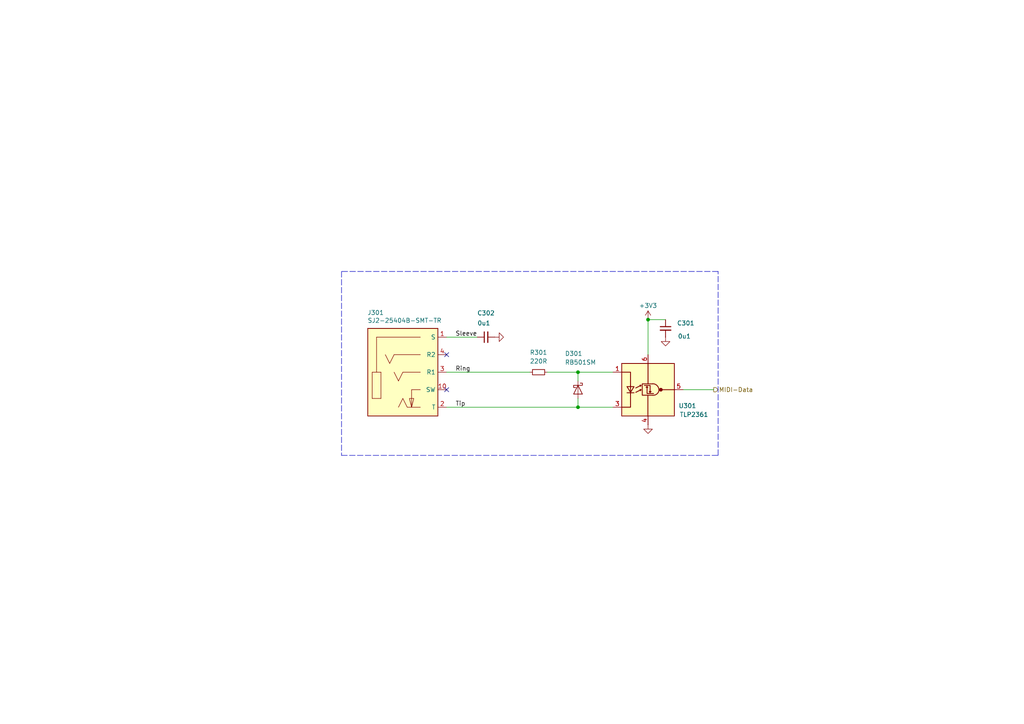
<source format=kicad_sch>
(kicad_sch (version 20250114) (generator "eeschema") (generator_version "9.0")
  (paper "A4")
  (title_block (title "MIDI In") (date "2025-09-19") (rev "3"))
  (lib_symbols
    (symbol "V2_Connector_Audio:SJ2-25404B-SMT-TR" (pin_names (offset 0.635))
      (property "Reference" "J" (at -10.1854 15.2654 0))
      (property "Value" "SJ2-25404B-SMT-TR" (at -10.414 -17.78 0))
      (symbol "SJ2-25404B-SMT-TR_0_0"
        (rectangle (start -10.16 12.7) (end 10.16 -12.7) (stroke (width 0.254)) (fill (type background)))
        (polyline (pts (xy -8.89 0) (xy -8.89 -7.62)) (stroke (width 0.1524)))
        (polyline (pts (xy -8.89 -7.62) (xy -6.35 -7.62)) (stroke (width 0.1524)))
        (polyline (pts (xy -7.62 10.16) (xy -7.62 0)) (stroke (width 0.1524)))
        (polyline (pts (xy -7.62 0) (xy -8.89 0)) (stroke (width 0.1524)))
        (polyline (pts (xy -6.35 0) (xy -7.62 0)) (stroke (width 0.1524)))
        (polyline (pts (xy -6.35 -7.62) (xy -6.35 0)) (stroke (width 0.1524)))
        (polyline (pts (xy -3.81 2.54) (xy -5.08 5.08)) (stroke (width 0.1524)))
        (polyline (pts (xy -2.54 5.08) (xy -3.81 2.54)) (stroke (width 0.1524)))
        (polyline (pts (xy -1.27 -2.54) (xy -2.54 0)) (stroke (width 0.1524)))
        (polyline (pts (xy 0 0) (xy -1.27 -2.54)) (stroke (width 0.1524)))
        (polyline (pts (xy 0 -7.62) (xy -1.27 -10.16)) (stroke (width 0.1524)))
        (polyline (pts (xy 1.27 -10.16) (xy 0 -7.62)) (stroke (width 0.1524)))
        (polyline (pts (xy 2.54 -5.08) (xy 2.54 -10.16)) (stroke (width 0.1524)))
        (polyline (pts (xy 2.54 -10.16) (xy 1.27 -10.16)) (stroke (width 0.1524)))
        (polyline (pts (xy 2.54 -10.16) (xy 1.905 -7.62) (xy 3.175 -7.62) (xy 2.54 -10.16)) (stroke (width 0.1524)) (fill (type background)))
        (polyline (pts (xy 5.08 10.16) (xy -7.62 10.16)) (stroke (width 0.1524)))
        (polyline (pts (xy 5.08 5.08) (xy -2.54 5.08)) (stroke (width 0.1524)))
        (polyline (pts (xy 5.08 0) (xy 0 0)) (stroke (width 0.1524)))
        (polyline (pts (xy 5.08 -5.08) (xy 2.54 -5.08)) (stroke (width 0.1524)))
        (polyline (pts (xy 5.08 -10.16) (xy 2.54 -10.16)) (stroke (width 0.1524)))
      )
      (symbol "SJ2-25404B-SMT-TR_1_0"
        (pin passive line (at 12.7 10.16 180) (length 2.54) (name "S") (number "1"))
        (pin passive line (at 12.7 5.08 180) (length 2.54) (name "R2") (number "4"))
        (pin passive line (at 12.7 0 180) (length 2.54) (name "R1") (number "3"))
        (pin passive line (at 12.7 -5.08 180) (length 2.54) (name "SW") (number "10"))
        (pin passive line (at 12.7 -10.16 180) (length 2.54) (name "T") (number "2"))
      )
    )
    (symbol "V2_Device:C_0603_0u1" (pin_numbers (hide yes)) (pin_names (offset 0.254) (hide yes))
      (property "Reference" "C" (at 1.778 1.524 0))
      (property "Value" "0u1" (at 1.778 -2.032 0))
      (symbol "C_0603_0u1_0_1"
        (polyline (pts (xy -1.524 0.508) (xy 1.524 0.508)) (stroke (width 0.3048)))
        (polyline (pts (xy -1.524 -0.508) (xy 1.524 -0.508)) (stroke (width 0.3302)))
      )
      (symbol "C_0603_0u1_1_1"
        (pin passive line (at 0 2.54 270) (length 2.032) (name "~") (number "1"))
        (pin passive line (at 0 -2.54 90) (length 2.032) (name "~") (number "2"))
      )
    )
    (symbol "V2_Device:R_0603_220R" (pin_numbers (hide yes)) (pin_names (offset 0.254) (hide yes))
      (property "Reference" "R" (at 2.032 1.27 0))
      (property "Value" "220R" (at 4.064 -1.27 0))
      (symbol "R_0603_220R_0_1"
        (rectangle (start -0.762 1.778) (end 0.762 -1.778) (stroke (width 0.2032)))
      )
      (symbol "R_0603_220R_1_1"
        (pin passive line (at 0 2.54 270) (length 0.762) (name "~") (number "1"))
        (pin passive line (at 0 -2.54 90) (length 0.762) (name "~") (number "2"))
      )
    )
    (symbol "V2_Diode:RB501SM" (pin_numbers (hide yes)) (pin_names (hide yes))
      (property "Reference" "D" (at 0 2.54 0))
      (property "Value" "RB501SM" (at 0 -3.81 0))
      (symbol "RB501SM_0_1"
        (polyline (pts (xy -1.905 0.635) (xy -1.905 1.27) (xy -1.27 1.27) (xy -1.27 -1.27) (xy -0.635 -1.27) (xy -0.635 -0.635)) (stroke (width 0.2032)))
        (polyline (pts (xy 1.27 1.27) (xy 1.27 -1.27) (xy -1.27 0) (xy 1.27 1.27)) (stroke (width 0.2032)))
        (polyline (pts (xy 1.27 0) (xy -1.27 0)))
      )
      (symbol "RB501SM_1_1"
        (pin passive line (at -2.54 0 0) (length 1.27) (name "K") (number "1"))
        (pin passive line (at 2.54 0 180) (length 1.27) (name "A") (number "2"))
      )
    )
    (symbol "V2_Isolator:TLP2361" (pin_names (offset 1.016) (hide yes))
      (property "Reference" "U" (at -7.112 8.89 0))
      (property "Value" "TLP2361" (at 1.016 9.144 0))
      (symbol "TLP2361_0_1"
        (rectangle (start -7.62 7.62) (end 7.62 -7.62) (stroke (width 0.254)) (fill (type background)))
        (polyline (pts (xy -7.62 -5.08) (xy -5.08 -5.08) (xy -5.08 -1.27)) (stroke (width 0.254)))
        (polyline (pts (xy -6.096 0.889) (xy -4.064 0.889) (xy -5.08 -0.762) (xy -6.096 0.889)) (stroke (width 0.254)))
        (polyline (pts (xy -6.096 -0.889) (xy -4.064 -0.889)) (stroke (width 0.254)))
        (polyline (pts (xy -5.08 1.27) (xy -5.08 0.9144)) (stroke (width 0.254)))
        (polyline (pts (xy -5.08 1.27) (xy -5.08 5.08) (xy -7.62 5.08)) (stroke (width 0.254)))
        (polyline (pts (xy -5.08 1.016) (xy -5.08 -0.762)) (stroke (width 0.254)))
        (polyline (pts (xy -5.08 -1.27) (xy -5.08 -0.9144)) (stroke (width 0.254)))
        (polyline (pts (xy -3.556 0.508) (xy -2.032 1.27)) (stroke (width 0.254)))
        (polyline (pts (xy -3.556 -0.762) (xy -2.032 0)) (stroke (width 0.254)))
        (polyline (pts (xy -2.032 1.27) (xy -2.3368 1.3208)) (stroke (width 0.254)))
        (polyline (pts (xy -2.032 1.27) (xy -2.1844 0.9652)) (stroke (width 0.254)))
        (polyline (pts (xy -2.032 0) (xy -2.3368 0.0508)) (stroke (width 0.254)))
        (polyline (pts (xy -2.032 0) (xy -2.1844 -0.3048)) (stroke (width 0.254)))
        (polyline (pts (xy -0.3048 0.9398) (xy -0.5588 0.6858) (xy -0.0508 0.6858) (xy -0.3048 0.9398)) (stroke (width 0.254)))
        (polyline (pts (xy -0.2794 0.6604) (xy -0.2794 -1.1176) (xy 1.6002 -1.1176)) (stroke (width 0.254)))
        (polyline (pts (xy -0.0508 -7.6962) (xy -0.0508 -1.7272)) (stroke (width 0.254)))
        (polyline (pts (xy 0 7.6454) (xy 0 1.8034)) (stroke (width 0.254)))
        (polyline (pts (xy 0.5842 -0.7874) (xy 0.3302 -0.5334) (xy 0.8382 -0.5334)) (stroke (width 0.254)))
        (polyline (pts (xy 0.6096 -0.8128) (xy 0.6096 1.2446) (xy -1.0668 1.2446)) (stroke (width 0.254)))
        (polyline (pts (xy 0.8382 -0.5334) (xy 0.5842 -0.8128)) (stroke (width 0.254)))
        (arc (start 1.3716 1.7272) (mid 2.6235 1.2011) (end 3.1496 -0.0508) (stroke (width 0.254)))
        (polyline (pts (xy 1.3716 1.7018) (xy -1.6764 1.7018) (xy -1.6764 -1.6002) (xy 1.3716 -1.6002)) (stroke (width 0.254)))
        (arc (start 3.175 -0.0762) (mid 2.6016 -1.2063) (end 1.397 -1.6002) (stroke (width 0.254)))
        (circle (center 3.7084 0) (radius 0.4572) (fill (type outline)))
        (polyline (pts (xy 7.747 0) (xy 4.064 0)) (stroke (width 0.254)))
      )
      (symbol "TLP2361_1_1"
        (pin passive line (at -10.16 5.08 0) (length 2.54) (name "A") (number "1"))
        (pin passive line (at -10.16 -5.08 0) (length 2.54) (name "K") (number "3"))
        (pin power_in line (at 0 10.16 270) (length 2.54) (name "VDD") (number "6"))
        (pin power_in line (at 0 -10.16 90) (length 2.54) (name "GND") (number "4"))
        (pin output line (at 10.16 0 180) (length 2.54) (name "VO") (number "5"))
      )
    )
    (symbol "V2_power:+3V3" (power) (pin_numbers (hide yes)) (pin_names (offset 0) (hide yes))
      (property "Value" "+3V3" (at 0 5.08 0))
      (symbol "+3V3_0_1"
        (polyline (pts (xy -0.762 1.27) (xy 0 2.54)))
        (polyline (pts (xy 0 2.54) (xy 0.762 1.27)))
        (polyline (pts (xy 0 0) (xy 0 2.54)))
      )
      (symbol "+3V3_1_1"
        (pin power_in line (at 0 0 90) (length 0) (name "~") (number "1"))
      )
    )
    (symbol "V2_power:GND" (power) (pin_numbers (hide yes)) (pin_names (offset 0) (hide yes))
      (symbol "GND_0_1"
        (polyline (pts (xy 0 0) (xy 0 -1.27) (xy 1.27 -1.27) (xy 0 -2.54) (xy -1.27 -1.27) (xy 0 -1.27)))
      )
      (symbol "GND_1_1"
        (pin power_in line (at 0 0 270) (length 0) (name "~") (number "1"))
      )
    )
  )
  (junction (at 187.96 92.71))
  (junction (at 167.64 107.95))
  (junction (at 167.64 118.11))
  (no_connect (at 129.54 113.03))
  (no_connect (at 129.54 102.87))
  (wire (pts (xy 167.64 107.95) (xy 167.64 110.49)))
  (wire (pts (xy 158.75 107.95) (xy 167.64 107.95)))
  (wire (pts (xy 167.64 118.11) (xy 177.8 118.11)))
  (wire (pts (xy 167.64 115.57) (xy 167.64 118.11)))
  (wire (pts (xy 129.54 107.95) (xy 153.67 107.95)))
  (wire (pts (xy 167.64 107.95) (xy 177.8 107.95)))
  (polyline (pts (xy 208.28 78.74) (xy 99.06 78.74)) (stroke (width 0) (type dash)))
  (wire (pts (xy 198.12 113.03) (xy 207.01 113.03)))
  (wire (pts (xy 129.54 97.79) (xy 138.43 97.79)))
  (wire (pts (xy 129.54 118.11) (xy 167.64 118.11)))
  (wire (pts (xy 187.96 92.71) (xy 187.96 102.87)))
  (polyline (pts (xy 208.28 132.08) (xy 208.28 78.74)) (stroke (width 0) (type dash)))
  (wire (pts (xy 187.96 92.71) (xy 193.04 92.71)))
  (polyline (pts (xy 99.06 132.08) (xy 208.28 132.08)) (stroke (width 0) (type dash)))
  (polyline (pts (xy 99.06 78.74) (xy 99.06 132.08)) (stroke (width 0) (type dash)))
  (label "Ring" (at 132.08 107.95 0))
  (label "Tip" (at 132.08 118.11 0))
  (label "Sleeve" (at 132.08 97.79 0))
  (hierarchical_label "MIDI-Data" (shape output) (at 207.01 113.03 0))
  (symbol (lib_id "V2_Connector_Audio:SJ2-25404B-SMT-TR") (at 116.84 107.95 0) (unit 1)
    (property "Reference" "J301" (at 108.966 90.678 0))
    (property "Value" "SJ2-25404B-SMT-TR" (at 117.348 92.964 0))
    (property "Footprint" "V2_Connector_Audio:CUI_SJ2-25404B-SMT-TR" (effects (hide yes)))
    (property "Mouser" "490-SJ2-25404BSMT-TR" (effects (hide yes)))
    (property "Product" "SJ2-25404B-SMT-TR" (effects (hide yes)))
    (property "Manufacturer" "Same Sky" (effects (hide yes)))
  )
  (symbol (lib_id "V2_power:GND") (at 143.51 97.79 90) (unit 1)
    (property "Reference" "#PWR0302" (effects (hide yes)))
    (property "Value" "GND" (effects (hide yes)))
  )
  (symbol (lib_id "V2_Device:C_0603_0u1") (at 140.97 97.79 90) (unit 1)
    (property "Reference" "C302" (at 143.5162 90.805 90) (effects (justify left)))
    (property "Value" "0u1" (at 142.24 93.726 90) (effects (justify left)))
    (property "Footprint" "V2_Capacitor_SMD:C_0603" (effects (hide yes)))
    (property "Description" "Unpolarized capacitor, small symbol" (effects (hide yes)))
    (property "Mouser" "810-CGA3E2X7R1H104MA" (effects (hide yes)))
    (property "Manufacturer" "TDK" (effects (hide yes)))
    (property "Product" "CGA3E2X7R1H104M080AA" (effects (hide yes)))
    (property "Rating" "50V" (effects (hide yes)))
  )
  (symbol (lib_id "V2_Isolator:TLP2361") (at 187.96 113.03 0) (unit 1)
    (property "Reference" "U301" (at 199.39 117.7036 0))
    (property "Value" "TLP2361" (at 201.295 120.2436 0))
    (property "Footprint" "V2_Package_SO:SO-5-6_4.55x3.7mm_P1.27mm" (effects (hide yes)))
    (property "Mouser" "757-TLP2361TPRE" (effects (hide yes)))
    (property "Product" "TLP2361(TPR,E" (effects (hide yes)))
    (property "Manufacturer" "Toshiba" (effects (hide yes)))
  )
  (symbol (lib_id "V2_Device:C_0603_0u1") (at 193.04 95.25 0) (unit 1)
    (property "Reference" "C301" (at 196.342 93.726 0) (effects (justify left)))
    (property "Value" "0u1" (at 196.596 97.536 0) (effects (justify left)))
    (property "Footprint" "V2_Capacitor_SMD:C_0603" (effects (hide yes)))
    (property "Description" "Unpolarized capacitor, small symbol" (effects (hide yes)))
    (property "Mouser" "810-CGA3E2X7R1H104MA" (effects (hide yes)))
    (property "Manufacturer" "TDK" (effects (hide yes)))
    (property "Product" "CGA3E2X7R1H104M080AA" (effects (hide yes)))
    (property "Rating" "50V" (effects (hide yes)))
  )
  (symbol (lib_id "V2_Diode:RB501SM") (at 167.64 113.03 270) (unit 1)
    (property "Reference" "D301" (at 163.83 102.5524 90) (effects (justify left)))
    (property "Value" "RB501SM" (at 163.83 105.0924 90) (effects (justify left)))
    (property "Footprint" "V2_Diode_SMD:D_SOD-523" (effects (hide yes)))
    (property "Mouser" "755-RB501SM-30FHT2R" (effects (hide yes)))
    (property "Product" "RB501SM-30FHT2R" (effects (hide yes)))
    (property "Manufacturer" "ROHM Semiconductor" (effects (hide yes)))
  )
  (symbol (lib_id "V2_power:GND") (at 187.96 123.19 0) (unit 1)
    (property "Reference" "#PWR0304" (effects (hide yes)))
    (property "Value" "GND" (effects (hide yes)))
  )
  (symbol (lib_id "V2_Device:R_0603_220R") (at 156.21 107.95 90) (unit 1)
    (property "Reference" "R301" (at 156.21 102.235 90))
    (property "Value" "220R" (at 156.21 104.775 90))
    (property "Footprint" "V2_Resistor_SMD:R_0603" (effects (hide yes)))
    (property "Description" "Resistor, small symbol" (effects (hide yes)))
    (property "Mouser" "71-CRCW0603220RFKEAH" (effects (hide yes)))
    (property "Product" "CRCW0603220RFKEAHP" (effects (hide yes)))
    (property "Manufacturer" "Vishay" (effects (hide yes)))
    (property "Rating" "330mW" (effects (hide yes)))
  )
  (symbol (lib_id "V2_power:+3V3") (at 187.96 92.71 0) (unit 1)
    (property "Reference" "#PWR0301" (effects (hide yes)))
    (property "Value" "+3V3" (at 187.96 88.646 0))
  )
  (symbol (lib_id "V2_power:GND") (at 193.04 97.79 0) (unit 1)
    (property "Reference" "#PWR0303" (effects (hide yes)))
    (property "Value" "GND" (effects (hide yes)))
  )
)
</source>
